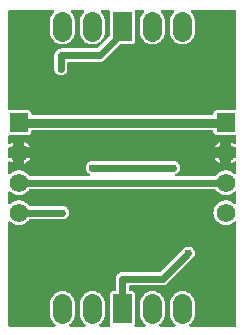
<source format=gbl>
G04 Layer: BottomLayer*
G04 EasyEDA v6.4.31, 2022-02-03 12:49:45*
G04 a9be7c87d83144a3bb2ccb21b8cae2d4,a012b36b664746af8e538b06cf3162c4,10*
G04 Gerber Generator version 0.2*
G04 Scale: 100 percent, Rotated: No, Reflected: No *
G04 Dimensions in millimeters *
G04 leading zeros omitted , absolute positions ,4 integer and 5 decimal *
%FSLAX45Y45*%
%MOMM*%

%ADD11C,0.6000*%
%ADD13C,0.6096*%
%ADD21C,1.5748*%
%ADD22C,0.8000*%

%LPD*%
G36*
X1524508Y4891887D02*
G01*
X1520596Y4892700D01*
X1517345Y4894884D01*
X1515110Y4898186D01*
X1514348Y4902047D01*
X1514348Y4904181D01*
X1513636Y4910480D01*
X1511706Y4915966D01*
X1508658Y4920843D01*
X1504543Y4924958D01*
X1499666Y4928006D01*
X1494180Y4929936D01*
X1487881Y4930648D01*
X1331468Y4930648D01*
X1327556Y4931410D01*
X1324305Y4933645D01*
X1322070Y4936896D01*
X1321308Y4940808D01*
X1321308Y5767832D01*
X1322070Y5771743D01*
X1324305Y5774994D01*
X1327556Y5777230D01*
X1331468Y5777992D01*
X1697278Y5777992D01*
X1701038Y5777280D01*
X1704289Y5775147D01*
X1706524Y5771997D01*
X1707438Y5768238D01*
X1706829Y5764428D01*
X1704848Y5761075D01*
X1694992Y5749950D01*
X1687372Y5738571D01*
X1681327Y5726277D01*
X1676958Y5713323D01*
X1674266Y5699912D01*
X1673352Y5685942D01*
X1673352Y5594096D01*
X1674266Y5580075D01*
X1676958Y5566664D01*
X1681327Y5553710D01*
X1687372Y5541416D01*
X1694992Y5530037D01*
X1704035Y5519775D01*
X1714296Y5510733D01*
X1725675Y5503113D01*
X1737969Y5497068D01*
X1750923Y5492699D01*
X1764334Y5490006D01*
X1778000Y5489092D01*
X1791665Y5490006D01*
X1805076Y5492699D01*
X1818030Y5497068D01*
X1830324Y5503113D01*
X1841703Y5510733D01*
X1851964Y5519775D01*
X1861007Y5530037D01*
X1868627Y5541416D01*
X1874672Y5553710D01*
X1879041Y5566664D01*
X1881733Y5580075D01*
X1882648Y5594096D01*
X1882648Y5685942D01*
X1881733Y5699912D01*
X1879041Y5713323D01*
X1874672Y5726277D01*
X1868627Y5738571D01*
X1861007Y5749950D01*
X1851152Y5761075D01*
X1849170Y5764428D01*
X1848561Y5768238D01*
X1849475Y5771997D01*
X1851710Y5775147D01*
X1854962Y5777280D01*
X1858721Y5777992D01*
X1951278Y5777992D01*
X1955038Y5777280D01*
X1958289Y5775147D01*
X1960524Y5771997D01*
X1961438Y5768238D01*
X1960829Y5764428D01*
X1958848Y5761075D01*
X1948992Y5749950D01*
X1941372Y5738571D01*
X1935327Y5726277D01*
X1930958Y5713323D01*
X1928266Y5699912D01*
X1927352Y5685942D01*
X1927352Y5594096D01*
X1928266Y5580075D01*
X1930958Y5566664D01*
X1935327Y5553710D01*
X1941372Y5541416D01*
X1948992Y5530037D01*
X1958035Y5519775D01*
X1968296Y5510733D01*
X1979675Y5503113D01*
X1991969Y5497068D01*
X2004923Y5492699D01*
X2018334Y5490006D01*
X2032000Y5489092D01*
X2045665Y5490006D01*
X2059076Y5492699D01*
X2072030Y5497068D01*
X2084324Y5503113D01*
X2095703Y5510733D01*
X2105964Y5519775D01*
X2115007Y5530037D01*
X2122627Y5541416D01*
X2128672Y5553710D01*
X2133041Y5566664D01*
X2135733Y5580075D01*
X2136648Y5594096D01*
X2136648Y5685942D01*
X2135733Y5699912D01*
X2133041Y5713323D01*
X2128672Y5726277D01*
X2122627Y5738571D01*
X2115007Y5749950D01*
X2105152Y5761075D01*
X2103170Y5764428D01*
X2102561Y5768238D01*
X2103475Y5771997D01*
X2105710Y5775147D01*
X2108962Y5777280D01*
X2112721Y5777992D01*
X2171496Y5777992D01*
X2175662Y5777128D01*
X2179066Y5774588D01*
X2181199Y5770930D01*
X2181606Y5766714D01*
X2181352Y5764428D01*
X2181352Y5566613D01*
X2180590Y5562752D01*
X2178354Y5559450D01*
X2075332Y5456377D01*
X2072030Y5454192D01*
X2068118Y5453430D01*
X1765757Y5453430D01*
X1755597Y5452516D01*
X1746199Y5449976D01*
X1737360Y5445861D01*
X1729384Y5440273D01*
X1722526Y5433415D01*
X1716938Y5425440D01*
X1712823Y5416600D01*
X1710283Y5407202D01*
X1709369Y5397042D01*
X1709369Y5288686D01*
X1708962Y5283200D01*
X1709826Y5273395D01*
X1712366Y5263946D01*
X1716481Y5255006D01*
X1722120Y5246979D01*
X1729079Y5240020D01*
X1737106Y5234381D01*
X1746046Y5230266D01*
X1755495Y5227726D01*
X1765300Y5226862D01*
X1775104Y5227726D01*
X1784553Y5230266D01*
X1793493Y5234381D01*
X1801520Y5240020D01*
X1808480Y5246979D01*
X1814118Y5255006D01*
X1818233Y5263946D01*
X1820773Y5273395D01*
X1821637Y5283200D01*
X1821230Y5288686D01*
X1821230Y5331409D01*
X1821992Y5335320D01*
X1824177Y5338622D01*
X1827479Y5340807D01*
X1831390Y5341569D01*
X2095296Y5341569D01*
X2100376Y5341823D01*
X2105202Y5342432D01*
X2109978Y5343499D01*
X2114600Y5344972D01*
X2119122Y5346852D01*
X2123440Y5349087D01*
X2127554Y5351729D01*
X2131415Y5354675D01*
X2135174Y5358130D01*
X2263190Y5486095D01*
X2266492Y5488330D01*
X2270353Y5489092D01*
X2364181Y5489092D01*
X2370480Y5489803D01*
X2375966Y5491734D01*
X2380843Y5494782D01*
X2384958Y5498896D01*
X2388006Y5503773D01*
X2389936Y5509260D01*
X2390648Y5515559D01*
X2390648Y5764428D01*
X2390394Y5766714D01*
X2390800Y5770930D01*
X2392934Y5774588D01*
X2396337Y5777128D01*
X2400503Y5777992D01*
X2459278Y5777992D01*
X2463038Y5777280D01*
X2466289Y5775147D01*
X2468524Y5771997D01*
X2469438Y5768238D01*
X2468829Y5764428D01*
X2466848Y5761075D01*
X2456992Y5749950D01*
X2449372Y5738571D01*
X2443327Y5726277D01*
X2438958Y5713323D01*
X2436266Y5699912D01*
X2435352Y5685942D01*
X2435352Y5594096D01*
X2436266Y5580075D01*
X2438958Y5566664D01*
X2443327Y5553710D01*
X2449372Y5541416D01*
X2456992Y5530037D01*
X2466035Y5519775D01*
X2476296Y5510733D01*
X2487676Y5503113D01*
X2499969Y5497068D01*
X2512923Y5492699D01*
X2526334Y5490006D01*
X2540000Y5489092D01*
X2553665Y5490006D01*
X2567076Y5492699D01*
X2580030Y5497068D01*
X2592324Y5503113D01*
X2603703Y5510733D01*
X2613964Y5519775D01*
X2623007Y5530037D01*
X2630627Y5541416D01*
X2636672Y5553710D01*
X2641041Y5566664D01*
X2643733Y5580075D01*
X2644648Y5594096D01*
X2644648Y5685942D01*
X2643733Y5699912D01*
X2641041Y5713323D01*
X2636672Y5726277D01*
X2630627Y5738571D01*
X2623007Y5749950D01*
X2613152Y5761075D01*
X2611170Y5764428D01*
X2610561Y5768238D01*
X2611475Y5771997D01*
X2613710Y5775147D01*
X2616962Y5777280D01*
X2620721Y5777992D01*
X2713278Y5777992D01*
X2717038Y5777280D01*
X2720289Y5775147D01*
X2722524Y5771997D01*
X2723438Y5768238D01*
X2722829Y5764428D01*
X2720848Y5761075D01*
X2710992Y5749950D01*
X2703372Y5738571D01*
X2697327Y5726277D01*
X2692958Y5713323D01*
X2690266Y5699912D01*
X2689352Y5685942D01*
X2689352Y5594096D01*
X2690266Y5580075D01*
X2692958Y5566664D01*
X2697327Y5553710D01*
X2703372Y5541416D01*
X2710992Y5530037D01*
X2720035Y5519775D01*
X2730296Y5510733D01*
X2741676Y5503113D01*
X2753969Y5497068D01*
X2766923Y5492699D01*
X2780334Y5490006D01*
X2794000Y5489092D01*
X2807665Y5490006D01*
X2821076Y5492699D01*
X2834030Y5497068D01*
X2846324Y5503113D01*
X2857703Y5510733D01*
X2867964Y5519775D01*
X2877007Y5530037D01*
X2884627Y5541416D01*
X2890672Y5553710D01*
X2895041Y5566664D01*
X2897733Y5580075D01*
X2898648Y5594096D01*
X2898648Y5685942D01*
X2897733Y5699912D01*
X2895041Y5713323D01*
X2890672Y5726277D01*
X2884627Y5738571D01*
X2877007Y5749950D01*
X2867152Y5761075D01*
X2865170Y5764428D01*
X2864561Y5768238D01*
X2865475Y5771997D01*
X2867710Y5775147D01*
X2870962Y5777280D01*
X2874721Y5777992D01*
X3240532Y5777992D01*
X3244443Y5777230D01*
X3247694Y5774994D01*
X3249930Y5771743D01*
X3250692Y5767832D01*
X3250692Y4940808D01*
X3249930Y4936896D01*
X3247694Y4933645D01*
X3244443Y4931410D01*
X3240532Y4930648D01*
X3084118Y4930648D01*
X3077819Y4929936D01*
X3072333Y4928006D01*
X3067456Y4924958D01*
X3063341Y4920843D01*
X3060293Y4915966D01*
X3058363Y4910480D01*
X3057652Y4904181D01*
X3057652Y4902047D01*
X3056890Y4898186D01*
X3054654Y4894884D01*
X3051403Y4892700D01*
X3047492Y4891887D01*
G37*

%LPD*%
G36*
X1503324Y4373930D02*
G01*
X1500073Y4374438D01*
X1497177Y4376013D01*
X1494891Y4378401D01*
X1492707Y4381703D01*
X1483664Y4391964D01*
X1473403Y4401007D01*
X1462024Y4408627D01*
X1449730Y4414672D01*
X1436776Y4419041D01*
X1423365Y4421733D01*
X1409700Y4422648D01*
X1396034Y4421733D01*
X1382623Y4419041D01*
X1369669Y4414672D01*
X1357376Y4408627D01*
X1345996Y4401007D01*
X1338173Y4394149D01*
X1334820Y4392168D01*
X1331010Y4391609D01*
X1327251Y4392523D01*
X1324152Y4394758D01*
X1322019Y4397959D01*
X1321308Y4401769D01*
X1321308Y4488230D01*
X1322019Y4492040D01*
X1324152Y4495241D01*
X1327251Y4497476D01*
X1331010Y4498390D01*
X1334820Y4497832D01*
X1338173Y4495850D01*
X1345996Y4488992D01*
X1357376Y4481372D01*
X1363980Y4478121D01*
X1363980Y4526280D01*
X1331468Y4526280D01*
X1327556Y4527042D01*
X1324305Y4529277D01*
X1322070Y4532528D01*
X1321308Y4536440D01*
X1321308Y4607560D01*
X1322070Y4611471D01*
X1324305Y4614722D01*
X1327556Y4616958D01*
X1331468Y4617720D01*
X1363980Y4617720D01*
X1363980Y4665878D01*
X1357376Y4662627D01*
X1345996Y4655007D01*
X1338173Y4648149D01*
X1334820Y4646168D01*
X1331010Y4645609D01*
X1327251Y4646523D01*
X1324152Y4648758D01*
X1322019Y4651959D01*
X1321308Y4655769D01*
X1321308Y4711192D01*
X1322070Y4715103D01*
X1324305Y4718354D01*
X1327556Y4720590D01*
X1331468Y4721352D01*
X1487881Y4721352D01*
X1494180Y4722063D01*
X1499666Y4723993D01*
X1504543Y4727041D01*
X1508658Y4731156D01*
X1511706Y4736033D01*
X1513636Y4741519D01*
X1514348Y4747818D01*
X1514348Y4749952D01*
X1515110Y4753813D01*
X1517345Y4757115D01*
X1520596Y4759299D01*
X1524508Y4760112D01*
X3047492Y4760112D01*
X3051403Y4759299D01*
X3054654Y4757115D01*
X3056890Y4753813D01*
X3057652Y4749952D01*
X3057652Y4747818D01*
X3058363Y4741519D01*
X3060293Y4736033D01*
X3063341Y4731156D01*
X3067456Y4727041D01*
X3072333Y4723993D01*
X3077819Y4722063D01*
X3084118Y4721352D01*
X3240532Y4721352D01*
X3244443Y4720590D01*
X3247694Y4718354D01*
X3249930Y4715103D01*
X3250692Y4711192D01*
X3250692Y4655769D01*
X3249980Y4651959D01*
X3247847Y4648758D01*
X3244748Y4646523D01*
X3240989Y4645609D01*
X3237179Y4646168D01*
X3233826Y4648149D01*
X3226003Y4655007D01*
X3214624Y4662627D01*
X3208020Y4665878D01*
X3208020Y4617720D01*
X3240532Y4617720D01*
X3244443Y4616958D01*
X3247694Y4614722D01*
X3249930Y4611471D01*
X3250692Y4607560D01*
X3250692Y4536440D01*
X3249930Y4532528D01*
X3247694Y4529277D01*
X3244443Y4527042D01*
X3240532Y4526280D01*
X3208020Y4526280D01*
X3208020Y4478121D01*
X3214624Y4481372D01*
X3226003Y4488992D01*
X3233826Y4495850D01*
X3237179Y4497832D01*
X3240989Y4498390D01*
X3244748Y4497476D01*
X3247847Y4495241D01*
X3249980Y4492040D01*
X3250692Y4488230D01*
X3250692Y4401769D01*
X3249980Y4397959D01*
X3247847Y4394758D01*
X3244748Y4392523D01*
X3240989Y4391609D01*
X3237179Y4392168D01*
X3233826Y4394149D01*
X3226003Y4401007D01*
X3214624Y4408627D01*
X3202330Y4414672D01*
X3189376Y4419041D01*
X3175965Y4421733D01*
X3162300Y4422648D01*
X3148634Y4421733D01*
X3135223Y4419041D01*
X3122269Y4414672D01*
X3109976Y4408627D01*
X3098596Y4401007D01*
X3088335Y4391964D01*
X3079292Y4381703D01*
X3077108Y4378401D01*
X3074822Y4376013D01*
X3071926Y4374438D01*
X3068675Y4373930D01*
X2744012Y4373930D01*
X2740152Y4374642D01*
X2736900Y4376775D01*
X2734665Y4380026D01*
X2733852Y4383836D01*
X2734513Y4387646D01*
X2736545Y4390999D01*
X2739694Y4393285D01*
X2745994Y4396181D01*
X2754020Y4401820D01*
X2760980Y4408779D01*
X2766618Y4416806D01*
X2770733Y4425746D01*
X2773273Y4435195D01*
X2774137Y4445000D01*
X2773273Y4454804D01*
X2770733Y4464253D01*
X2766618Y4473194D01*
X2760980Y4481220D01*
X2754020Y4488180D01*
X2745994Y4493818D01*
X2737053Y4497933D01*
X2727604Y4500473D01*
X2717800Y4501337D01*
X2712313Y4500930D01*
X2037486Y4500930D01*
X2032000Y4501337D01*
X2022195Y4500473D01*
X2012746Y4497933D01*
X2003806Y4493818D01*
X1995779Y4488180D01*
X1988820Y4481220D01*
X1983181Y4473194D01*
X1979066Y4464253D01*
X1976526Y4454804D01*
X1975662Y4445000D01*
X1976526Y4435195D01*
X1979066Y4425746D01*
X1983181Y4416806D01*
X1988820Y4408779D01*
X1995779Y4401820D01*
X2003806Y4396181D01*
X2010105Y4393285D01*
X2013254Y4390999D01*
X2015286Y4387646D01*
X2015947Y4383836D01*
X2015134Y4380026D01*
X2012899Y4376775D01*
X2009648Y4374642D01*
X2005787Y4373930D01*
G37*

%LPC*%
G36*
X1455420Y4478121D02*
G01*
X1462024Y4481372D01*
X1473403Y4488992D01*
X1483664Y4498035D01*
X1492707Y4508296D01*
X1500327Y4519676D01*
X1503578Y4526280D01*
X1455420Y4526280D01*
G37*
G36*
X3116580Y4478121D02*
G01*
X3116580Y4526280D01*
X3068421Y4526280D01*
X3071672Y4519676D01*
X3079292Y4508296D01*
X3088335Y4498035D01*
X3098596Y4488992D01*
X3109976Y4481372D01*
G37*
G36*
X1455420Y4617720D02*
G01*
X1503578Y4617720D01*
X1500327Y4624324D01*
X1492707Y4635703D01*
X1483664Y4645964D01*
X1473403Y4655007D01*
X1462024Y4662627D01*
X1455420Y4665878D01*
G37*
G36*
X3068421Y4617720D02*
G01*
X3116580Y4617720D01*
X3116580Y4665878D01*
X3109976Y4662627D01*
X3098596Y4655007D01*
X3088335Y4645964D01*
X3079292Y4635703D01*
X3071672Y4624324D01*
G37*

%LPD*%
G36*
X1331468Y3099308D02*
G01*
X1327556Y3100070D01*
X1324305Y3102305D01*
X1322070Y3105556D01*
X1321308Y3109468D01*
X1321308Y3980230D01*
X1322019Y3984040D01*
X1324152Y3987241D01*
X1327251Y3989476D01*
X1331010Y3990390D01*
X1334820Y3989832D01*
X1338173Y3987850D01*
X1345996Y3980992D01*
X1357376Y3973372D01*
X1369669Y3967327D01*
X1382623Y3962958D01*
X1396034Y3960266D01*
X1409700Y3959351D01*
X1423365Y3960266D01*
X1436776Y3962958D01*
X1449730Y3967327D01*
X1462024Y3973372D01*
X1473403Y3980992D01*
X1483664Y3990035D01*
X1492707Y4000296D01*
X1494891Y4003598D01*
X1497177Y4005986D01*
X1500073Y4007561D01*
X1503324Y4008069D01*
X1772513Y4008069D01*
X1778000Y4007662D01*
X1787804Y4008526D01*
X1797253Y4011066D01*
X1806193Y4015181D01*
X1814220Y4020820D01*
X1821180Y4027779D01*
X1826818Y4035806D01*
X1830933Y4044746D01*
X1833473Y4054195D01*
X1834337Y4064000D01*
X1833473Y4073804D01*
X1830933Y4083253D01*
X1826818Y4092194D01*
X1821180Y4100220D01*
X1814220Y4107179D01*
X1806193Y4112818D01*
X1797253Y4116933D01*
X1787804Y4119473D01*
X1778000Y4120337D01*
X1772513Y4119930D01*
X1503324Y4119930D01*
X1500073Y4120438D01*
X1497177Y4122013D01*
X1494891Y4124401D01*
X1492707Y4127703D01*
X1483664Y4137964D01*
X1473403Y4147007D01*
X1462024Y4154627D01*
X1449730Y4160672D01*
X1436776Y4165041D01*
X1423365Y4167733D01*
X1409700Y4168648D01*
X1396034Y4167733D01*
X1382623Y4165041D01*
X1369669Y4160672D01*
X1357376Y4154627D01*
X1345996Y4147007D01*
X1338173Y4140149D01*
X1334820Y4138168D01*
X1331010Y4137609D01*
X1327251Y4138523D01*
X1324152Y4140758D01*
X1322019Y4143959D01*
X1321308Y4147769D01*
X1321308Y4234230D01*
X1322019Y4238040D01*
X1324152Y4241241D01*
X1327251Y4243476D01*
X1331010Y4244390D01*
X1334820Y4243832D01*
X1338173Y4241850D01*
X1345996Y4234992D01*
X1357376Y4227372D01*
X1369669Y4221327D01*
X1382623Y4216958D01*
X1396034Y4214266D01*
X1409700Y4213352D01*
X1423365Y4214266D01*
X1436776Y4216958D01*
X1449730Y4221327D01*
X1462024Y4227372D01*
X1473403Y4234992D01*
X1483664Y4244035D01*
X1492707Y4254296D01*
X1494891Y4257598D01*
X1497177Y4259986D01*
X1500073Y4261561D01*
X1503324Y4262069D01*
X3068675Y4262069D01*
X3071926Y4261561D01*
X3074822Y4259986D01*
X3077108Y4257598D01*
X3079292Y4254296D01*
X3088335Y4244035D01*
X3098596Y4234992D01*
X3109976Y4227372D01*
X3122269Y4221327D01*
X3135223Y4216958D01*
X3148634Y4214266D01*
X3162300Y4213352D01*
X3175965Y4214266D01*
X3189376Y4216958D01*
X3202330Y4221327D01*
X3214624Y4227372D01*
X3226003Y4234992D01*
X3233826Y4241850D01*
X3237179Y4243832D01*
X3240989Y4244390D01*
X3244748Y4243476D01*
X3247847Y4241241D01*
X3249980Y4238040D01*
X3250692Y4234230D01*
X3250692Y4147769D01*
X3249980Y4143959D01*
X3247847Y4140758D01*
X3244748Y4138523D01*
X3240989Y4137609D01*
X3237179Y4138168D01*
X3233826Y4140149D01*
X3226003Y4147007D01*
X3214624Y4154627D01*
X3202330Y4160672D01*
X3189376Y4165041D01*
X3175965Y4167733D01*
X3162300Y4168648D01*
X3148634Y4167733D01*
X3135223Y4165041D01*
X3122269Y4160672D01*
X3109976Y4154627D01*
X3098596Y4147007D01*
X3088335Y4137964D01*
X3079292Y4127703D01*
X3071672Y4116324D01*
X3065627Y4104030D01*
X3061258Y4091076D01*
X3058566Y4077665D01*
X3057652Y4064000D01*
X3058566Y4050334D01*
X3061258Y4036923D01*
X3065627Y4023969D01*
X3071672Y4011676D01*
X3079292Y4000296D01*
X3088335Y3990035D01*
X3098596Y3980992D01*
X3109976Y3973372D01*
X3122269Y3967327D01*
X3135223Y3962958D01*
X3148634Y3960266D01*
X3162300Y3959351D01*
X3175965Y3960266D01*
X3189376Y3962958D01*
X3202330Y3967327D01*
X3214624Y3973372D01*
X3226003Y3980992D01*
X3233826Y3987850D01*
X3237179Y3989832D01*
X3240989Y3990390D01*
X3244748Y3989476D01*
X3247847Y3987241D01*
X3249980Y3984040D01*
X3250692Y3980230D01*
X3250692Y3109468D01*
X3249930Y3105556D01*
X3247694Y3102305D01*
X3244443Y3100070D01*
X3240532Y3099308D01*
X2859125Y3099308D01*
X2854909Y3100222D01*
X2851454Y3102762D01*
X2849372Y3106521D01*
X2849067Y3110788D01*
X2850489Y3114852D01*
X2853486Y3117900D01*
X2857703Y3120745D01*
X2867964Y3129737D01*
X2877007Y3140049D01*
X2884627Y3151428D01*
X2890672Y3163722D01*
X2895041Y3176676D01*
X2897733Y3190087D01*
X2898648Y3204057D01*
X2898648Y3295904D01*
X2897733Y3309924D01*
X2895041Y3323336D01*
X2890672Y3336290D01*
X2884627Y3348583D01*
X2877007Y3359962D01*
X2867964Y3370224D01*
X2857703Y3379266D01*
X2846324Y3386886D01*
X2834030Y3392932D01*
X2821076Y3397300D01*
X2807665Y3399993D01*
X2794000Y3400907D01*
X2780334Y3399993D01*
X2766923Y3397300D01*
X2753969Y3392932D01*
X2741676Y3386886D01*
X2730296Y3379266D01*
X2720035Y3370224D01*
X2710992Y3359962D01*
X2703372Y3348583D01*
X2697327Y3336290D01*
X2692958Y3323336D01*
X2690266Y3309924D01*
X2689352Y3295904D01*
X2689352Y3204057D01*
X2690266Y3190087D01*
X2692958Y3176676D01*
X2697327Y3163722D01*
X2703372Y3151428D01*
X2710992Y3140049D01*
X2720035Y3129737D01*
X2730296Y3120745D01*
X2734513Y3117900D01*
X2737510Y3114852D01*
X2738932Y3110788D01*
X2738628Y3106521D01*
X2736545Y3102762D01*
X2733090Y3100222D01*
X2728874Y3099308D01*
X2605125Y3099308D01*
X2600909Y3100222D01*
X2597454Y3102762D01*
X2595372Y3106521D01*
X2595067Y3110788D01*
X2596489Y3114852D01*
X2599486Y3117900D01*
X2603703Y3120745D01*
X2613964Y3129737D01*
X2623007Y3140049D01*
X2630627Y3151428D01*
X2636672Y3163722D01*
X2641041Y3176676D01*
X2643733Y3190087D01*
X2644648Y3204057D01*
X2644648Y3295904D01*
X2643733Y3309924D01*
X2641041Y3323336D01*
X2636672Y3336290D01*
X2630627Y3348583D01*
X2623007Y3359962D01*
X2613964Y3370224D01*
X2603703Y3379266D01*
X2592324Y3386886D01*
X2580030Y3392932D01*
X2567076Y3397300D01*
X2553665Y3399993D01*
X2540000Y3400907D01*
X2526334Y3399993D01*
X2512923Y3397300D01*
X2499969Y3392932D01*
X2487676Y3386886D01*
X2476296Y3379266D01*
X2466035Y3370224D01*
X2456992Y3359962D01*
X2449372Y3348583D01*
X2443327Y3336290D01*
X2438958Y3323336D01*
X2436266Y3309924D01*
X2435352Y3295904D01*
X2435352Y3204057D01*
X2436266Y3190087D01*
X2438958Y3176676D01*
X2443327Y3163722D01*
X2449372Y3151428D01*
X2456992Y3140049D01*
X2466035Y3129737D01*
X2476296Y3120745D01*
X2480513Y3117900D01*
X2483510Y3114852D01*
X2484932Y3110788D01*
X2484628Y3106521D01*
X2482545Y3102762D01*
X2479090Y3100222D01*
X2474874Y3099308D01*
X2397252Y3099308D01*
X2393492Y3100019D01*
X2390241Y3102102D01*
X2388006Y3105251D01*
X2387142Y3109010D01*
X2387701Y3112820D01*
X2389936Y3119272D01*
X2390648Y3125571D01*
X2390648Y3374440D01*
X2389936Y3380740D01*
X2388006Y3386226D01*
X2384958Y3391103D01*
X2380843Y3395218D01*
X2375966Y3398265D01*
X2370480Y3400196D01*
X2364181Y3400907D01*
X2352090Y3400907D01*
X2348179Y3401669D01*
X2344877Y3403904D01*
X2342692Y3407156D01*
X2341930Y3411067D01*
X2341930Y3439109D01*
X2342692Y3443020D01*
X2344877Y3446322D01*
X2348179Y3448507D01*
X2352090Y3449269D01*
X2628696Y3449269D01*
X2633776Y3449523D01*
X2638602Y3450132D01*
X2643378Y3451199D01*
X2648000Y3452672D01*
X2652522Y3454552D01*
X2656840Y3456787D01*
X2660954Y3459429D01*
X2664815Y3462375D01*
X2668574Y3465829D01*
X2879344Y3676548D01*
X2881020Y3677920D01*
X2887980Y3684879D01*
X2893618Y3692906D01*
X2897733Y3701846D01*
X2900273Y3711295D01*
X2901137Y3721100D01*
X2900273Y3730904D01*
X2897733Y3740353D01*
X2893618Y3749294D01*
X2887980Y3757320D01*
X2881020Y3764279D01*
X2872994Y3769918D01*
X2864053Y3774033D01*
X2854604Y3776573D01*
X2844800Y3777437D01*
X2834995Y3776573D01*
X2825546Y3774033D01*
X2816606Y3769918D01*
X2808579Y3764279D01*
X2800248Y3755644D01*
X2608732Y3564077D01*
X2605430Y3561892D01*
X2601518Y3561130D01*
X2286457Y3561130D01*
X2276297Y3560216D01*
X2266899Y3557676D01*
X2258060Y3553561D01*
X2250084Y3547973D01*
X2243226Y3541115D01*
X2237638Y3533140D01*
X2233523Y3524300D01*
X2230983Y3514902D01*
X2230069Y3504742D01*
X2230069Y3411067D01*
X2229307Y3407156D01*
X2227122Y3403904D01*
X2223820Y3401669D01*
X2219909Y3400907D01*
X2207818Y3400907D01*
X2201519Y3400196D01*
X2196033Y3398265D01*
X2191156Y3395218D01*
X2187041Y3391103D01*
X2183993Y3386226D01*
X2182063Y3380740D01*
X2181352Y3374440D01*
X2181352Y3125571D01*
X2182063Y3119272D01*
X2184298Y3112820D01*
X2184857Y3109010D01*
X2183993Y3105251D01*
X2181758Y3102102D01*
X2178507Y3100019D01*
X2174748Y3099308D01*
X2097125Y3099308D01*
X2092909Y3100222D01*
X2089454Y3102762D01*
X2087372Y3106521D01*
X2087067Y3110788D01*
X2088489Y3114852D01*
X2091486Y3117900D01*
X2095703Y3120745D01*
X2105964Y3129737D01*
X2115007Y3140049D01*
X2122627Y3151428D01*
X2128672Y3163722D01*
X2133041Y3176676D01*
X2135733Y3190087D01*
X2136648Y3204057D01*
X2136648Y3295904D01*
X2135733Y3309924D01*
X2133041Y3323336D01*
X2128672Y3336290D01*
X2122627Y3348583D01*
X2115007Y3359962D01*
X2105964Y3370224D01*
X2095703Y3379266D01*
X2084324Y3386886D01*
X2072030Y3392932D01*
X2059076Y3397300D01*
X2045665Y3399993D01*
X2032000Y3400907D01*
X2018334Y3399993D01*
X2004923Y3397300D01*
X1991969Y3392932D01*
X1979675Y3386886D01*
X1968296Y3379266D01*
X1958035Y3370224D01*
X1948992Y3359962D01*
X1941372Y3348583D01*
X1935327Y3336290D01*
X1930958Y3323336D01*
X1928266Y3309924D01*
X1927352Y3295904D01*
X1927352Y3204057D01*
X1928266Y3190087D01*
X1930958Y3176676D01*
X1935327Y3163722D01*
X1941372Y3151428D01*
X1948992Y3140049D01*
X1958035Y3129737D01*
X1968296Y3120745D01*
X1972513Y3117900D01*
X1975510Y3114852D01*
X1976932Y3110788D01*
X1976628Y3106521D01*
X1974545Y3102762D01*
X1971090Y3100222D01*
X1966874Y3099308D01*
X1843125Y3099308D01*
X1838909Y3100222D01*
X1835454Y3102762D01*
X1833372Y3106521D01*
X1833067Y3110788D01*
X1834489Y3114852D01*
X1837486Y3117900D01*
X1841703Y3120745D01*
X1851964Y3129737D01*
X1861007Y3140049D01*
X1868627Y3151428D01*
X1874672Y3163722D01*
X1879041Y3176676D01*
X1881733Y3190087D01*
X1882648Y3204057D01*
X1882648Y3295904D01*
X1881733Y3309924D01*
X1879041Y3323336D01*
X1874672Y3336290D01*
X1868627Y3348583D01*
X1861007Y3359962D01*
X1851964Y3370224D01*
X1841703Y3379266D01*
X1830324Y3386886D01*
X1818030Y3392932D01*
X1805076Y3397300D01*
X1791665Y3399993D01*
X1778000Y3400907D01*
X1764334Y3399993D01*
X1750923Y3397300D01*
X1737969Y3392932D01*
X1725675Y3386886D01*
X1714296Y3379266D01*
X1704035Y3370224D01*
X1694992Y3359962D01*
X1687372Y3348583D01*
X1681327Y3336290D01*
X1676958Y3323336D01*
X1674266Y3309924D01*
X1673352Y3295904D01*
X1673352Y3204057D01*
X1674266Y3190087D01*
X1676958Y3176676D01*
X1681327Y3163722D01*
X1687372Y3151428D01*
X1694992Y3140049D01*
X1704035Y3129737D01*
X1714296Y3120745D01*
X1718513Y3117900D01*
X1721510Y3114852D01*
X1722932Y3110788D01*
X1722628Y3106521D01*
X1720545Y3102762D01*
X1717090Y3100222D01*
X1712874Y3099308D01*
G37*

%LPD*%
D11*
X2844800Y3721100D02*
G01*
X2628900Y3505200D01*
X2286000Y3505200D01*
X2286000Y3302000D01*
X1765300Y5283200D02*
G01*
X1765300Y5397500D01*
X2095500Y5397500D01*
X2286000Y5588000D01*
X3162300Y4318000D02*
G01*
X1409700Y4318000D01*
D22*
X3162300Y4826000D02*
G01*
X1409700Y4826000D01*
D11*
X1778000Y4064000D02*
G01*
X1409700Y4064000D01*
X2717800Y4445000D02*
G01*
X2032000Y4445000D01*
X3162300Y4572000D02*
G01*
X1409700Y4572000D01*
G36*
X2207259Y3374999D02*
G01*
X2364740Y3374999D01*
X2364740Y3125000D01*
X2207259Y3125000D01*
G37*
G36*
X2207259Y5764999D02*
G01*
X2364740Y5764999D01*
X2364740Y5514997D01*
X2207259Y5514997D01*
G37*
G36*
X1330960Y4904739D02*
G01*
X1330960Y4747260D01*
X1488439Y4747260D01*
X1488439Y4904739D01*
G37*
D21*
G01*
X1409700Y4572000D03*
G01*
X1409700Y4318000D03*
G01*
X1409700Y4064000D03*
G36*
X3083559Y4904739D02*
G01*
X3083559Y4747260D01*
X3241040Y4747260D01*
X3241040Y4904739D01*
G37*
G01*
X3162300Y4572000D03*
G01*
X3162300Y4318000D03*
G01*
X3162300Y4064000D03*
D13*
G01*
X2844800Y3721100D03*
G01*
X1765300Y5283200D03*
G01*
X1905000Y4832222D03*
G01*
X1778000Y4064000D03*
G01*
X2717800Y4445000D03*
G01*
X2032000Y4445000D03*
G01*
X2603500Y4572000D03*
G01*
X1778000Y4445000D03*
G01*
X1473200Y5080000D03*
G01*
X1435100Y3848100D03*
G01*
X3022600Y3543300D03*
G01*
X2921000Y5207000D03*
G01*
X1854200Y3822700D03*
D21*
X2794000Y3296264D02*
G01*
X2794000Y3203745D01*
X2540000Y3296264D02*
G01*
X2540000Y3203745D01*
X2032000Y3296264D02*
G01*
X2032000Y3203745D01*
X1778000Y3296264D02*
G01*
X1778000Y3203745D01*
X2794000Y5686252D02*
G01*
X2794000Y5593732D01*
X2540000Y5686252D02*
G01*
X2540000Y5593732D01*
X2032000Y5686252D02*
G01*
X2032000Y5593732D01*
X1778000Y5686252D02*
G01*
X1778000Y5593732D01*
M02*

</source>
